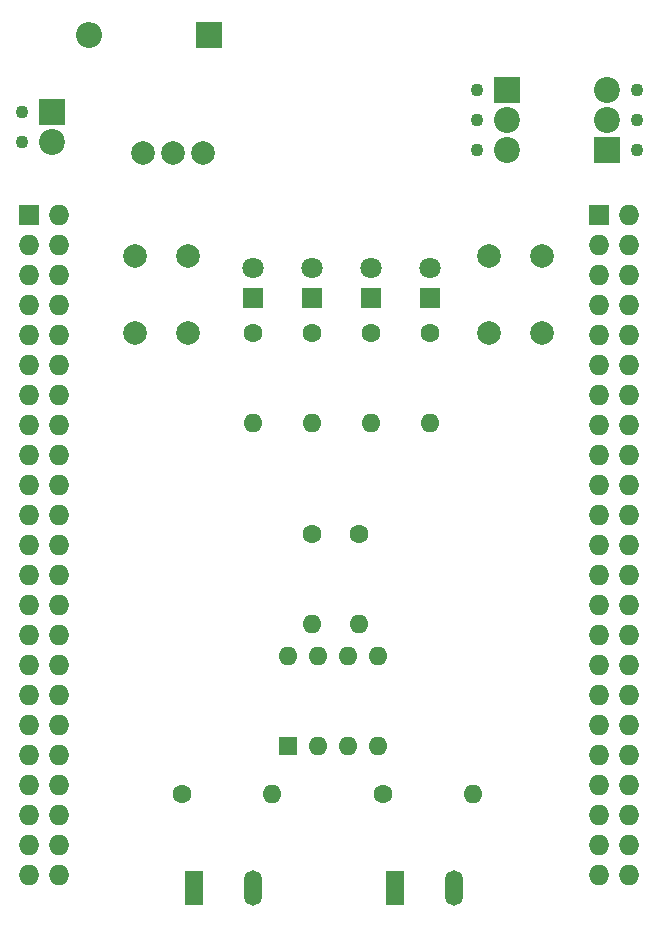
<source format=gbr>
G04 #@! TF.GenerationSoftware,KiCad,Pcbnew,5.1.9+dfsg1-1~bpo10+1*
G04 #@! TF.CreationDate,2021-07-04T13:04:25+00:00*
G04 #@! TF.ProjectId,bbbalarm,62626261-6c61-4726-9d2e-6b696361645f,rev?*
G04 #@! TF.SameCoordinates,Original*
G04 #@! TF.FileFunction,Soldermask,Bot*
G04 #@! TF.FilePolarity,Negative*
%FSLAX46Y46*%
G04 Gerber Fmt 4.6, Leading zero omitted, Abs format (unit mm)*
G04 Created by KiCad (PCBNEW 5.1.9+dfsg1-1~bpo10+1) date 2021-07-04 13:04:25*
%MOMM*%
%LPD*%
G01*
G04 APERTURE LIST*
%ADD10R,1.727200X1.727200*%
%ADD11O,1.727200X1.727200*%
%ADD12C,2.000000*%
%ADD13R,2.200000X2.200000*%
%ADD14O,2.200000X2.200000*%
%ADD15C,1.100000*%
%ADD16C,2.200000*%
%ADD17C,1.800000*%
%ADD18R,1.800000X1.800000*%
%ADD19R,1.500000X3.000000*%
%ADD20O,1.500000X3.000000*%
%ADD21C,1.600000*%
%ADD22O,1.600000X1.600000*%
%ADD23R,1.600000X1.600000*%
G04 APERTURE END LIST*
D10*
X116370100Y-62382400D03*
D11*
X118910100Y-62382400D03*
X116370100Y-64922400D03*
X118910100Y-64922400D03*
X116370100Y-67462400D03*
X118910100Y-67462400D03*
X116370100Y-70002400D03*
X118910100Y-70002400D03*
X116370100Y-72542400D03*
X118910100Y-72542400D03*
X116370100Y-75082400D03*
X118910100Y-75082400D03*
X116370100Y-77622400D03*
X118910100Y-77622400D03*
X116370100Y-80162400D03*
X118910100Y-80162400D03*
X116370100Y-82702400D03*
X118910100Y-82702400D03*
X116370100Y-85242400D03*
X118910100Y-85242400D03*
X116370100Y-87782400D03*
X118910100Y-87782400D03*
X116370100Y-90322400D03*
X118910100Y-90322400D03*
X116370100Y-92862400D03*
X118910100Y-92862400D03*
X116370100Y-95402400D03*
X118910100Y-95402400D03*
X116370100Y-97942400D03*
X118910100Y-97942400D03*
X116370100Y-100482400D03*
X118910100Y-100482400D03*
X116370100Y-103022400D03*
X118910100Y-103022400D03*
X116370100Y-105562400D03*
X118910100Y-105562400D03*
X116370100Y-108102400D03*
X118910100Y-108102400D03*
X116370100Y-110642400D03*
X118910100Y-110642400D03*
X116370100Y-113182400D03*
X118910100Y-113182400D03*
X116370100Y-115722400D03*
X118910100Y-115722400D03*
X116370100Y-118262400D03*
X118910100Y-118262400D03*
D10*
X164630100Y-62382400D03*
D11*
X167170100Y-62382400D03*
X164630100Y-64922400D03*
X167170100Y-64922400D03*
X164630100Y-67462400D03*
X167170100Y-67462400D03*
X164630100Y-70002400D03*
X167170100Y-70002400D03*
X164630100Y-72542400D03*
X167170100Y-72542400D03*
X164630100Y-75082400D03*
X167170100Y-75082400D03*
X164630100Y-77622400D03*
X167170100Y-77622400D03*
X164630100Y-80162400D03*
X167170100Y-80162400D03*
X164630100Y-82702400D03*
X167170100Y-82702400D03*
X164630100Y-85242400D03*
X167170100Y-85242400D03*
X164630100Y-87782400D03*
X167170100Y-87782400D03*
X164630100Y-90322400D03*
X167170100Y-90322400D03*
X164630100Y-92862400D03*
X167170100Y-92862400D03*
X164630100Y-95402400D03*
X167170100Y-95402400D03*
X164630100Y-97942400D03*
X167170100Y-97942400D03*
X164630100Y-100482400D03*
X167170100Y-100482400D03*
X164630100Y-103022400D03*
X167170100Y-103022400D03*
X164630100Y-105562400D03*
X167170100Y-105562400D03*
X164630100Y-108102400D03*
X167170100Y-108102400D03*
X164630100Y-110642400D03*
X167170100Y-110642400D03*
X164630100Y-113182400D03*
X167170100Y-113182400D03*
X164630100Y-115722400D03*
X167170100Y-115722400D03*
X164630100Y-118262400D03*
X167170100Y-118262400D03*
D12*
X159870100Y-72382400D03*
X155370100Y-72382400D03*
X159870100Y-65882400D03*
X155370100Y-65882400D03*
X125370100Y-65882400D03*
X129870100Y-65882400D03*
X125370100Y-72382400D03*
X129870100Y-72382400D03*
D13*
X131620100Y-47132400D03*
D14*
X121460100Y-47132400D03*
D13*
X118370100Y-53632400D03*
D15*
X115830100Y-53632400D03*
D16*
X118370100Y-56172400D03*
D15*
X115830100Y-56172400D03*
D12*
X126080100Y-57132400D03*
X128620100Y-57132400D03*
X131160100Y-57132400D03*
D17*
X135370100Y-66842400D03*
D18*
X135370100Y-69382400D03*
X140370100Y-69382400D03*
D17*
X140370100Y-66842400D03*
X145370100Y-66842400D03*
D18*
X145370100Y-69382400D03*
X150370100Y-69382400D03*
D17*
X150370100Y-66842400D03*
D19*
X130370100Y-119382400D03*
D20*
X135370100Y-119382400D03*
X152370100Y-119382400D03*
D19*
X147370100Y-119382400D03*
D21*
X135370100Y-72382400D03*
D22*
X135370100Y-80002400D03*
X140370100Y-80002400D03*
D21*
X140370100Y-72382400D03*
X145370100Y-72382400D03*
D22*
X145370100Y-80002400D03*
X150370100Y-80002400D03*
D21*
X150370100Y-72382400D03*
X140370100Y-89382400D03*
D22*
X140370100Y-97002400D03*
X144370100Y-97002400D03*
D21*
X144370100Y-89382400D03*
X129370100Y-111382400D03*
D22*
X136990100Y-111382400D03*
X153990100Y-111382400D03*
D21*
X146370100Y-111382400D03*
D13*
X156870100Y-51842400D03*
D15*
X154330100Y-51842400D03*
D16*
X156870100Y-54382400D03*
D15*
X154330100Y-54382400D03*
D16*
X156870100Y-56922400D03*
D15*
X154330100Y-56922400D03*
X167910100Y-51802400D03*
D16*
X165370100Y-51802400D03*
D15*
X167910100Y-54342400D03*
D16*
X165370100Y-54342400D03*
D15*
X167910100Y-56882400D03*
D13*
X165370100Y-56882400D03*
D23*
X138370100Y-107382400D03*
D22*
X145990100Y-99762400D03*
X140910100Y-107382400D03*
X143450100Y-99762400D03*
X143450100Y-107382400D03*
X140910100Y-99762400D03*
X145990100Y-107382400D03*
X138370100Y-99762400D03*
M02*

</source>
